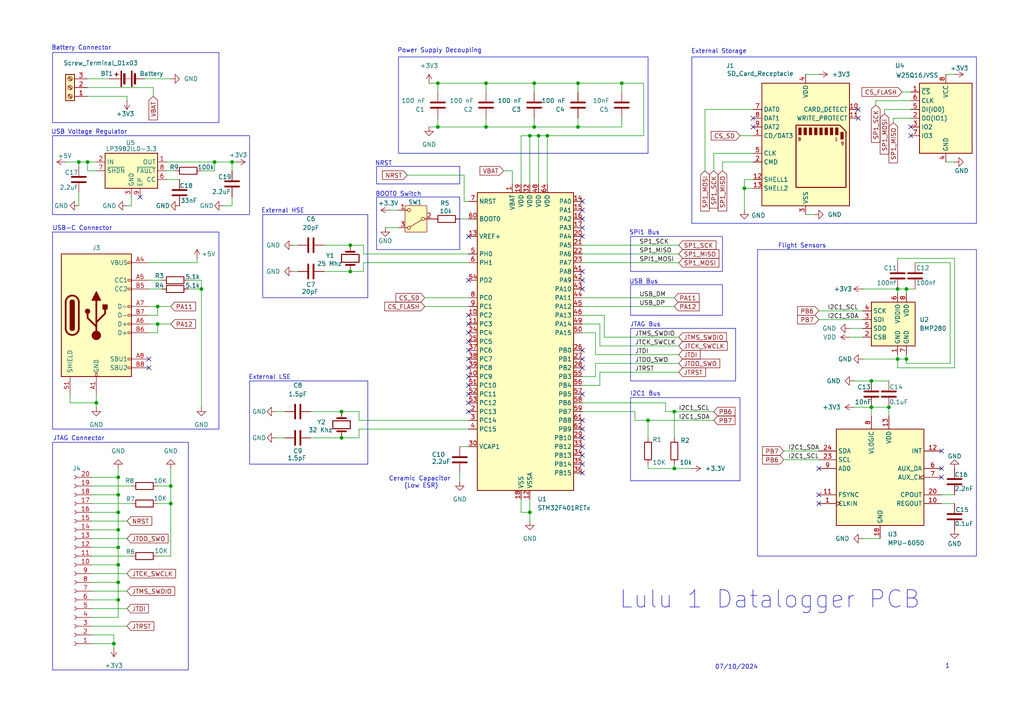
<source format=kicad_sch>
(kicad_sch (version 20231120) (generator "eeschema") (generator_version "8.0")
  (paper "A4")
  (junction (at 260.35 83.82))
  (junction (at 187.96 121.92))
  (junction (at 27.94 116.84))
  (junction (at 34.29 168.91))
  (junction (at 195.58 119.38))
  (junction (at 180.34 24.13))
  (junction (at 34.29 163.83))
  (junction (at 167.64 24.13))
  (junction (at 99.06 119.38))
  (junction (at 49.53 146.05))
  (junction (at 34.29 158.75))
  (junction (at 99.06 127))
  (junction (at 252.73 118.11))
  (junction (at 154.94 36.83))
  (junction (at 45.72 93.98))
  (junction (at 262.89 104.14))
  (junction (at 45.72 88.9))
  (junction (at 156.21 39.37))
  (junction (at 158.75 39.37))
  (junction (at 34.29 173.99))
  (junction (at 67.31 46.99))
  (junction (at 34.29 138.43))
  (junction (at 260.35 104.14))
  (junction (at 101.6 78.74))
  (junction (at 154.94 24.13))
  (junction (at 167.64 36.83))
  (junction (at 195.58 135.89))
  (junction (at 34.29 148.59))
  (junction (at 215.9 54.61))
  (junction (at 252.73 110.49))
  (junction (at 62.23 46.99))
  (junction (at 262.89 83.82))
  (junction (at 58.42 83.82))
  (junction (at 34.29 153.67))
  (junction (at 101.6 71.12))
  (junction (at 153.67 39.37))
  (junction (at 25.4 46.99))
  (junction (at 33.02 186.69))
  (junction (at 140.97 24.13))
  (junction (at 127 36.83))
  (junction (at 49.53 140.97))
  (junction (at 153.67 148.59))
  (junction (at 22.86 46.99))
  (junction (at 34.29 143.51))
  (junction (at 127 24.13))
  (junction (at 257.81 118.11))
  (junction (at 140.97 36.83))
  (no_connect (at 135.89 81.28))
  (no_connect (at 168.91 134.62))
  (no_connect (at 264.16 36.83))
  (no_connect (at 168.91 137.16))
  (no_connect (at 135.89 106.68))
  (no_connect (at 135.89 91.44))
  (no_connect (at 135.89 111.76))
  (no_connect (at 264.16 39.37))
  (no_connect (at 168.91 124.46))
  (no_connect (at 168.91 68.58))
  (no_connect (at 43.18 104.14))
  (no_connect (at 168.91 81.28))
  (no_connect (at 168.91 106.68))
  (no_connect (at 168.91 63.5))
  (no_connect (at 43.18 106.68))
  (no_connect (at 168.91 101.6))
  (no_connect (at 248.92 31.75))
  (no_connect (at 135.89 109.22))
  (no_connect (at 237.49 143.51))
  (no_connect (at 135.89 116.84))
  (no_connect (at 168.91 121.92))
  (no_connect (at 135.89 96.52))
  (no_connect (at 40.64 57.15))
  (no_connect (at 168.91 66.04))
  (no_connect (at 273.05 138.43))
  (no_connect (at 273.05 135.89))
  (no_connect (at 168.91 114.3))
  (no_connect (at 135.89 93.98))
  (no_connect (at 168.91 132.08))
  (no_connect (at 168.91 78.74))
  (no_connect (at 135.89 68.58))
  (no_connect (at 135.89 119.38))
  (no_connect (at 248.92 34.29))
  (no_connect (at 237.49 146.05))
  (no_connect (at 168.91 60.96))
  (no_connect (at 168.91 104.14))
  (no_connect (at 135.89 99.06))
  (no_connect (at 135.89 114.3))
  (no_connect (at 237.49 135.89))
  (no_connect (at 168.91 127))
  (no_connect (at 135.89 101.6))
  (no_connect (at 218.44 34.29))
  (no_connect (at 168.91 83.82))
  (no_connect (at 273.05 130.81))
  (no_connect (at 168.91 129.54))
  (no_connect (at 168.91 58.42))
  (no_connect (at 218.44 36.83))
  (no_connect (at 135.89 104.14))
  (wire (pts (xy 184.15 119.38) (xy 184.15 121.92)))
  (wire (pts (xy 172.72 109.22) (xy 172.72 105.41)))
  (wire (pts (xy 90.17 119.38) (xy 99.06 119.38)))
  (wire (pts (xy 105.41 73.66) (xy 105.41 71.12)))
  (wire (pts (xy 104.14 119.38) (xy 99.06 119.38)))
  (wire (pts (xy 218.44 46.99) (xy 209.55 46.99)))
  (wire (pts (xy 123.19 86.36) (xy 135.89 86.36)))
  (wire (pts (xy 158.75 39.37) (xy 158.75 53.34)))
  (wire (pts (xy 90.17 127) (xy 99.06 127)))
  (wire (pts (xy 45.72 88.9) (xy 49.53 88.9)))
  (wire (pts (xy 273.05 146.05) (xy 276.86 146.05)))
  (wire (pts (xy 27.94 116.84) (xy 27.94 118.11)))
  (wire (pts (xy 260.35 85.09) (xy 260.35 83.82)))
  (wire (pts (xy 113.03 60.96) (xy 115.57 60.96)))
  (wire (pts (xy 254 29.21) (xy 254 30.48)))
  (wire (pts (xy 124.46 24.13) (xy 127 24.13)))
  (wire (pts (xy 204.47 31.75) (xy 204.47 49.53)))
  (wire (pts (xy 26.67 138.43) (xy 34.29 138.43)))
  (wire (pts (xy 127 24.13) (xy 127 26.67)))
  (wire (pts (xy 273.05 143.51) (xy 276.86 143.51)))
  (wire (pts (xy 140.97 36.83) (xy 127 36.83)))
  (wire (pts (xy 175.26 91.44) (xy 175.26 97.79)))
  (wire (pts (xy 264.16 29.21) (xy 254 29.21)))
  (wire (pts (xy 36.83 151.13) (xy 26.67 151.13)))
  (wire (pts (xy 262.89 83.82) (xy 260.35 83.82)))
  (wire (pts (xy 34.29 173.99) (xy 34.29 179.07)))
  (wire (pts (xy 227.33 133.35) (xy 237.49 133.35)))
  (wire (pts (xy 43.18 96.52) (xy 45.72 96.52)))
  (wire (pts (xy 118.11 50.8) (xy 134.62 50.8)))
  (wire (pts (xy 250.19 97.79) (xy 246.38 97.79)))
  (wire (pts (xy 22.86 55.88) (xy 22.86 59.69)))
  (wire (pts (xy 151.13 148.59) (xy 153.67 148.59)))
  (wire (pts (xy 27.94 114.3) (xy 27.94 116.84)))
  (wire (pts (xy 93.98 78.74) (xy 101.6 78.74)))
  (wire (pts (xy 153.67 39.37) (xy 151.13 39.37)))
  (wire (pts (xy 45.72 161.29) (xy 49.53 161.29)))
  (wire (pts (xy 104.14 127) (xy 99.06 127)))
  (wire (pts (xy 48.26 52.07) (xy 52.07 52.07)))
  (wire (pts (xy 36.83 181.61) (xy 26.67 181.61)))
  (wire (pts (xy 207.01 44.45) (xy 207.01 49.53)))
  (wire (pts (xy 140.97 34.29) (xy 140.97 36.83)))
  (wire (pts (xy 250.19 156.21) (xy 255.27 156.21)))
  (wire (pts (xy 67.31 46.99) (xy 68.58 46.99)))
  (wire (pts (xy 195.58 135.89) (xy 200.66 135.89)))
  (wire (pts (xy 25.4 22.86) (xy 31.75 22.86)))
  (wire (pts (xy 123.19 88.9) (xy 135.89 88.9)))
  (wire (pts (xy 209.55 46.99) (xy 209.55 49.53)))
  (wire (pts (xy 26.67 146.05) (xy 38.1 146.05)))
  (wire (pts (xy 180.34 24.13) (xy 186.69 24.13)))
  (wire (pts (xy 45.72 140.97) (xy 49.53 140.97)))
  (wire (pts (xy 26.67 143.51) (xy 34.29 143.51)))
  (wire (pts (xy 158.75 39.37) (xy 156.21 39.37)))
  (wire (pts (xy 215.9 54.61) (xy 218.44 54.61)))
  (wire (pts (xy 135.89 129.54) (xy 133.35 129.54)))
  (wire (pts (xy 153.67 148.59) (xy 153.67 151.13)))
  (wire (pts (xy 233.68 62.23) (xy 236.22 62.23)))
  (wire (pts (xy 22.86 46.99) (xy 22.86 48.26)))
  (wire (pts (xy 154.94 24.13) (xy 140.97 24.13)))
  (wire (pts (xy 38.1 59.69) (xy 36.83 59.69)))
  (wire (pts (xy 175.26 97.79) (xy 196.85 97.79)))
  (wire (pts (xy 187.96 121.92) (xy 187.96 127)))
  (wire (pts (xy 237.49 92.71) (xy 250.19 92.71)))
  (wire (pts (xy 227.33 130.81) (xy 237.49 130.81)))
  (wire (pts (xy 252.73 118.11) (xy 252.73 120.65)))
  (wire (pts (xy 275.59 76.2) (xy 275.59 105.41)))
  (wire (pts (xy 168.91 71.12) (xy 196.85 71.12)))
  (wire (pts (xy 20.32 114.3) (xy 20.32 116.84)))
  (wire (pts (xy 218.44 31.75) (xy 204.47 31.75)))
  (wire (pts (xy 184.15 121.92) (xy 187.96 121.92)))
  (wire (pts (xy 34.29 138.43) (xy 34.29 143.51)))
  (wire (pts (xy 34.29 158.75) (xy 34.29 163.83)))
  (wire (pts (xy 127 34.29) (xy 127 36.83)))
  (wire (pts (xy 168.91 93.98) (xy 173.99 93.98)))
  (wire (pts (xy 250.19 95.25) (xy 246.38 95.25)))
  (wire (pts (xy 275.59 105.41) (xy 262.89 105.41)))
  (wire (pts (xy 274.32 21.59) (xy 276.86 21.59)))
  (wire (pts (xy 156.21 39.37) (xy 156.21 53.34)))
  (wire (pts (xy 173.99 93.98) (xy 173.99 100.33)))
  (wire (pts (xy 26.67 186.69) (xy 33.02 186.69)))
  (wire (pts (xy 257.81 120.65) (xy 257.81 118.11)))
  (wire (pts (xy 256.54 31.75) (xy 256.54 33.02)))
  (wire (pts (xy 67.31 57.15) (xy 67.31 59.69)))
  (wire (pts (xy 54.61 83.82) (xy 58.42 83.82)))
  (wire (pts (xy 34.29 168.91) (xy 34.29 173.99)))
  (wire (pts (xy 34.29 135.89) (xy 34.29 138.43)))
  (wire (pts (xy 187.96 121.92) (xy 207.01 121.92)))
  (wire (pts (xy 93.98 71.12) (xy 101.6 71.12)))
  (wire (pts (xy 25.4 27.94) (xy 36.83 27.94)))
  (wire (pts (xy 167.64 24.13) (xy 154.94 24.13)))
  (wire (pts (xy 25.4 46.99) (xy 27.94 46.99)))
  (wire (pts (xy 153.67 39.37) (xy 153.67 53.34)))
  (wire (pts (xy 260.35 83.82) (xy 250.19 83.82)))
  (wire (pts (xy 187.96 135.89) (xy 195.58 135.89)))
  (wire (pts (xy 25.4 25.4) (xy 44.45 25.4)))
  (wire (pts (xy 195.58 119.38) (xy 195.58 127)))
  (wire (pts (xy 167.64 26.67) (xy 167.64 24.13)))
  (wire (pts (xy 26.67 161.29) (xy 38.1 161.29)))
  (wire (pts (xy 168.91 116.84) (xy 193.04 116.84)))
  (wire (pts (xy 85.09 71.12) (xy 86.36 71.12)))
  (wire (pts (xy 156.21 39.37) (xy 153.67 39.37)))
  (wire (pts (xy 67.31 46.99) (xy 67.31 49.53)))
  (wire (pts (xy 33.02 184.15) (xy 33.02 186.69)))
  (wire (pts (xy 180.34 34.29) (xy 180.34 36.83)))
  (wire (pts (xy 104.14 121.92) (xy 135.89 121.92)))
  (wire (pts (xy 133.35 63.5) (xy 135.89 63.5)))
  (wire (pts (xy 43.18 93.98) (xy 45.72 93.98)))
  (wire (pts (xy 257.81 118.11) (xy 252.73 118.11)))
  (wire (pts (xy 135.89 76.2) (xy 105.41 76.2)))
  (wire (pts (xy 85.09 78.74) (xy 86.36 78.74)))
  (wire (pts (xy 20.32 116.84) (xy 27.94 116.84)))
  (wire (pts (xy 36.83 171.45) (xy 26.67 171.45)))
  (wire (pts (xy 127 36.83) (xy 124.46 36.83)))
  (wire (pts (xy 154.94 36.83) (xy 140.97 36.83)))
  (wire (pts (xy 195.58 134.62) (xy 195.58 135.89)))
  (wire (pts (xy 104.14 124.46) (xy 135.89 124.46)))
  (wire (pts (xy 134.62 58.42) (xy 135.89 58.42)))
  (wire (pts (xy 62.23 49.53) (xy 62.23 46.99)))
  (wire (pts (xy 26.67 179.07) (xy 34.29 179.07)))
  (wire (pts (xy 260.35 76.2) (xy 260.35 74.93)))
  (wire (pts (xy 168.91 119.38) (xy 184.15 119.38)))
  (wire (pts (xy 237.49 90.17) (xy 250.19 90.17)))
  (wire (pts (xy 26.67 184.15) (xy 33.02 184.15)))
  (wire (pts (xy 265.43 83.82) (xy 262.89 83.82)))
  (wire (pts (xy 36.83 156.21) (xy 26.67 156.21)))
  (wire (pts (xy 140.97 24.13) (xy 127 24.13)))
  (wire (pts (xy 168.91 86.36) (xy 195.58 86.36)))
  (wire (pts (xy 45.72 146.05) (xy 49.53 146.05)))
  (wire (pts (xy 173.99 111.76) (xy 173.99 107.95)))
  (wire (pts (xy 34.29 163.83) (xy 34.29 168.91)))
  (wire (pts (xy 195.58 119.38) (xy 207.01 119.38)))
  (wire (pts (xy 168.91 88.9) (xy 195.58 88.9)))
  (wire (pts (xy 252.73 110.49) (xy 257.81 110.49)))
  (wire (pts (xy 168.91 91.44) (xy 175.26 91.44)))
  (wire (pts (xy 27.94 49.53) (xy 25.4 49.53)))
  (wire (pts (xy 34.29 143.51) (xy 34.29 148.59)))
  (wire (pts (xy 49.53 140.97) (xy 49.53 146.05)))
  (wire (pts (xy 67.31 59.69) (xy 64.77 59.69)))
  (wire (pts (xy 34.29 153.67) (xy 34.29 158.75)))
  (wire (pts (xy 180.34 26.67) (xy 180.34 24.13)))
  (wire (pts (xy 101.6 78.74) (xy 105.41 78.74)))
  (wire (pts (xy 58.42 81.28) (xy 58.42 83.82)))
  (wire (pts (xy 247.65 110.49) (xy 252.73 110.49)))
  (wire (pts (xy 153.67 144.78) (xy 153.67 148.59)))
  (wire (pts (xy 172.72 102.87) (xy 196.85 102.87)))
  (wire (pts (xy 135.89 73.66) (xy 105.41 73.66)))
  (wire (pts (xy 262.89 85.09) (xy 262.89 83.82)))
  (wire (pts (xy 276.86 46.99) (xy 274.32 46.99)))
  (wire (pts (xy 260.35 106.68) (xy 260.35 104.14)))
  (wire (pts (xy 43.18 76.2) (xy 57.15 76.2)))
  (wire (pts (xy 26.67 148.59) (xy 34.29 148.59)))
  (wire (pts (xy 265.43 76.2) (xy 275.59 76.2)))
  (wire (pts (xy 36.83 176.53) (xy 26.67 176.53)))
  (wire (pts (xy 167.64 36.83) (xy 154.94 36.83)))
  (wire (pts (xy 214.63 39.37) (xy 218.44 39.37)))
  (wire (pts (xy 33.02 186.69) (xy 33.02 187.96)))
  (wire (pts (xy 173.99 100.33) (xy 196.85 100.33)))
  (wire (pts (xy 26.67 153.67) (xy 34.29 153.67)))
  (wire (pts (xy 250.19 104.14) (xy 260.35 104.14)))
  (wire (pts (xy 148.59 49.53) (xy 146.05 49.53)))
  (wire (pts (xy 48.26 49.53) (xy 50.8 49.53)))
  (wire (pts (xy 45.72 91.44) (xy 45.72 88.9)))
  (wire (pts (xy 49.53 146.05) (xy 49.53 161.29)))
  (wire (pts (xy 58.42 83.82) (xy 58.42 118.11)))
  (wire (pts (xy 36.83 166.37) (xy 26.67 166.37)))
  (wire (pts (xy 26.67 173.99) (xy 34.29 173.99)))
  (wire (pts (xy 58.42 49.53) (xy 62.23 49.53)))
  (wire (pts (xy 168.91 76.2) (xy 196.85 76.2)))
  (wire (pts (xy 252.73 118.11) (xy 247.65 118.11)))
  (wire (pts (xy 26.67 168.91) (xy 34.29 168.91)))
  (wire (pts (xy 264.16 31.75) (xy 256.54 31.75)))
  (wire (pts (xy 105.41 76.2) (xy 105.41 78.74)))
  (wire (pts (xy 57.15 76.2) (xy 57.15 74.93)))
  (wire (pts (xy 168.91 96.52) (xy 172.72 96.52)))
  (wire (pts (xy 168.91 111.76) (xy 173.99 111.76)))
  (wire (pts (xy 172.72 105.41) (xy 196.85 105.41)))
  (wire (pts (xy 168.91 109.22) (xy 172.72 109.22)))
  (wire (pts (xy 133.35 137.16) (xy 133.35 139.7)))
  (wire (pts (xy 140.97 26.67) (xy 140.97 24.13)))
  (wire (pts (xy 44.45 25.4) (xy 44.45 27.94)))
  (wire (pts (xy 54.61 81.28) (xy 58.42 81.28)))
  (wire (pts (xy 260.35 74.93) (xy 276.86 74.93)))
  (wire (pts (xy 215.9 60.96) (xy 215.9 54.61)))
  (wire (pts (xy 62.23 46.99) (xy 67.31 46.99)))
  (wire (pts (xy 215.9 54.61) (xy 215.9 52.07)))
  (wire (pts (xy 43.18 88.9) (xy 45.72 88.9)))
  (wire (pts (xy 173.99 107.95) (xy 196.85 107.95)))
  (wire (pts (xy 45.72 93.98) (xy 49.53 93.98)))
  (wire (pts (xy 26.67 140.97) (xy 38.1 140.97)))
  (wire (pts (xy 276.86 74.93) (xy 276.86 106.68)))
  (wire (pts (xy 261.62 26.67) (xy 264.16 26.67)))
  (wire (pts (xy 36.83 27.94) (xy 36.83 29.21)))
  (wire (pts (xy 180.34 24.13) (xy 167.64 24.13)))
  (wire (pts (xy 111.76 66.04) (xy 115.57 66.04)))
  (wire (pts (xy 80.01 119.38) (xy 82.55 119.38)))
  (wire (pts (xy 43.18 91.44) (xy 45.72 91.44)))
  (wire (pts (xy 43.18 81.28) (xy 46.99 81.28)))
  (wire (pts (xy 34.29 148.59) (xy 34.29 153.67)))
  (wire (pts (xy 25.4 46.99) (xy 25.4 49.53)))
  (wire (pts (xy 168.91 73.66) (xy 196.85 73.66)))
  (wire (pts (xy 80.01 127) (xy 82.55 127)))
  (wire (pts (xy 151.13 144.78) (xy 151.13 148.59)))
  (wire (pts (xy 186.69 39.37) (xy 158.75 39.37)))
  (wire (pts (xy 26.67 163.83) (xy 34.29 163.83)))
  (wire (pts (xy 193.04 116.84) (xy 193.04 119.38)))
  (wire (pts (xy 101.6 71.12) (xy 105.41 71.12)))
  (wire (pts (xy 180.34 36.83) (xy 167.64 36.83)))
  (wire (pts (xy 41.91 22.86) (xy 49.53 22.86)))
  (wire (pts (xy 215.9 52.07) (xy 218.44 52.07)))
  (wire (pts (xy 259.08 34.29) (xy 259.08 35.56)))
  (wire (pts (xy 195.58 119.38) (xy 193.04 119.38)))
  (wire (pts (xy 43.18 83.82) (xy 46.99 83.82)))
  (wire (pts (xy 260.35 102.87) (xy 260.35 104.14)))
  (wire (pts (xy 187.96 134.62) (xy 187.96 135.89)))
  (wire (pts (xy 264.16 34.29) (xy 259.08 34.29)))
  (wire (pts (xy 45.72 96.52) (xy 45.72 93.98)))
  (wire (pts (xy 276.86 106.68) (xy 260.35 106.68)))
  (wire (pts (xy 104.14 121.92) (xy 104.14 119.38)))
  (wire (pts (xy 262.89 102.87) (xy 262.89 104.14)))
  (wire (pts (xy 172.72 96.52) (xy 172.72 102.87)))
  (wire (pts (xy 22.86 46.99) (xy 25.4 46.99)))
  (wire (pts (xy 49.53 135.89) (xy 49.53 140.97)))
  (wire (pts (xy 26.67 158.75) (xy 34.29 158.75)))
  (wire (pts (xy 148.59 53.34) (xy 148.59 49.53)))
  (wire (pts (xy 151.13 39.37) (xy 151.13 53.34)))
  (wire (pts (xy 154.94 26.67) (xy 154.94 24.13)))
  (wire (pts (xy 218.44 44.45) (xy 207.01 44.45)))
  (wire (pts (xy 260.35 104.14) (xy 262.89 104.14)))
  (wire (pts (xy 167.64 34.29) (xy 167.64 36.83)))
  (wire (pts (xy 262.89 105.41) (xy 262.89 104.14)))
  (wire (pts (xy 104.14 124.46) (xy 104.14 127)))
  (wire (pts (xy 154.94 34.29) (xy 154.94 36.83)))
  (wire (pts (xy 233.68 21.59) (xy 237.49 21.59)))
  (wire (pts (xy 38.1 57.15) (xy 38.1 59.69)))
  (wire (pts (xy 186.69 24.13) (xy 186.69 39.37)))
  (wire (pts (xy 134.62 50.8) (xy 134.62 58.42)))
  (wire (pts (xy 48.26 46.99) (xy 62.23 46.99)))
  (wire (pts (xy 19.05 46.99) (xy 22.86 46.99)))
  (rectangle (start 182.88 68.58) (end 209.55 78.74))
  (rectangle (start 15.24 67.31) (end 63.5 124.46))
  (rectangle (start 182.88 82.55) (end 209.55 91.44))
  (rectangle (start 200.66 16.51) (end 283.21 64.77))
  (rectangle (start 76.2 62.23) (end 106.68 86.36))
  (rectangle (start 182.88 115.316) (end 214.63 139.446))
  (rectangle (start 219.71 72.39) (end 283.21 161.29))
  (rectangle (start 182.88 95.25) (end 213.36 110.49))
  (rectangle (start 15.24 128.27) (end 54.61 194.31))
  (rectangle (start 109.22 57.15) (end 133.35 72.39))
  (rectangle (start 72.39 110.49) (end 106.68 134.62))
  (rectangle (start 115.57 16.51) (end 187.96 44.45))
  (rectangle (start 15.24 39.37) (end 72.39 62.23))
  (rectangle (start 15.24 15.24) (end 63.5 35.56))
  (rectangle (start 109.22 48.26) (end 133.35 53.34))
  (text "BOOT0 Switch\n" (at 115.57 56.388 0) (effects (font (size 1.27 1.27))))
  (text "USB-C Connector\n" (at 23.876 66.294 0) (effects (font (size 1.27 1.27))))
  (text "External HSE\n" (at 82.042 61.214 0) (effects (font (size 1.27 1.27))))
  (text "External LSE\n" (at 78.232 109.474 0) (effects (font (size 1.27 1.27))))
  (text "External Storage\n" (at 208.534 14.986 0) (effects (font (size 1.27 1.27))))
  (text "USB Bus\n" (at 186.69 81.788 0) (effects (font (size 1.27 1.27))))
  (text "NRST\n" (at 111.252 47.498 0) (effects (font (size 1.27 1.27))))
  (text "Ceramic Capacitor \n(Low ESR)\n" (at 122.174 139.954 0) (effects (font (size 1.27 1.27))))
  (text "USB Voltage Regulator\n" (at 25.908 38.354 0) (effects (font (size 1.27 1.27))))
  (text "SPI1 Bus\n" (at 186.944 67.564 0) (effects (font (size 1.27 1.27))))
  (text "07/10/2024\n" (at 213.614 193.548 0) (effects (font (size 1.27 1.27))))
  (text "I2C1 Bus\n" (at 187.198 114.3 0) (effects (font (size 1.27 1.27))))
  (text "Flight Sensors\n" (at 232.664 71.374 0) (effects (font (size 1.27 1.27))))
  (text "1" (at 274.828 193.294 0) (effects (font (size 1.27 1.27))))
  (text "JTAG Connector\n" (at 22.86 127.254 0) (effects (font (size 1.27 1.27))))
  (text "JTAG Bus\n" (at 187.198 94.234 0) (effects (font (size 1.27 1.27))))
  (text "Power Supply Decoupling" (at 127.508 14.732 0) (effects (font (size 1.27 1.27))))
  (text "Battery Connector\n" (at 23.622 13.97 0) (effects (font (size 1.27 1.27))))
  (text "Lulu 1 Datalogger PCB\n" (at 223.266 173.99 0) (effects (font (size 5 5))))
  (label "I2C1_SCL" (at 240.03 90.17 0))
  (label "I2C1_SCL" (at 196.85 119.38 0))
  (label "I2C1_SDA" (at 240.03 92.71 0))
  (label "JTCK_SWCLK" (at 184.15 100.33 0))
  (label "I2C1_SDA" (at 196.85 121.92 0))
  (label "I2C1_SDA" (at 228.6 130.81 0))
  (label "JTDI" (at 184.15 102.87 0))
  (label "SP1_MISO" (at 185.42 73.66 0))
  (label "USB_DM" (at 185.42 86.36 0))
  (label "JTMS_SWDIO" (at 184.15 97.79 0))
  (label "JTDO_SWO" (at 184.15 105.41 0))
  (label "SPI1_MOSI" (at 185.42 76.2 0))
  (label "JTRST" (at 184.15 107.95 0))
  (label "I2C1_SCL" (at 228.6 133.35 0))
  (label "USB_DP" (at 185.42 88.9 0))
  (label "SP1_SCK" (at 185.42 71.12 0))
  (global_label "PA11" (shape input) (at 195.58 86.36 0) (property "Intersheetrefs" "${INTERSHEET_REFS}" (effects (hide yes))))
  (global_label "JTRST" (shape input) (at 36.83 181.61 0) (property "Intersheetrefs" "${INTERSHEET_REFS}" (effects (hide yes))))
  (global_label "SP1_MISO" (shape input) (at 209.55 49.53 270) (property "Intersheetrefs" "${INTERSHEET_REFS}" (effects (hide yes))))
  (global_label "CS_SD" (shape input) (at 214.63 39.37 180) (property "Intersheetrefs" "${INTERSHEET_REFS}" (effects (hide yes))))
  (global_label "SP1_MOSI" (shape input) (at 196.85 76.2 0) (property "Intersheetrefs" "${INTERSHEET_REFS}" (effects (hide yes))))
  (global_label "JTRST" (shape input) (at 196.85 107.95 0) (property "Intersheetrefs" "${INTERSHEET_REFS}" (effects (hide yes))))
  (global_label "SP1_MOSI" (shape input) (at 204.47 49.53 270) (property "Intersheetrefs" "${INTERSHEET_REFS}" (effects (hide yes))))
  (global_label "SP1_SCK" (shape input) (at 254 30.48 270) (property "Intersheetrefs" "${INTERSHEET_REFS}" (effects (hide yes))))
  (global_label "JTDO_SWO" (shape input) (at 36.83 156.21 0) (property "Intersheetrefs" "${INTERSHEET_REFS}" (effects (hide yes))))
  (global_label "JTCK_SWCLK" (shape input) (at 36.83 166.37 0) (property "Intersheetrefs" "${INTERSHEET_REFS}" (effects (hide yes))))
  (global_label "PB7" (shape input) (at 207.01 121.92 0) (property "Intersheetrefs" "${INTERSHEET_REFS}" (effects (hide yes))))
  (global_label "PA12" (shape input) (at 49.53 93.98 0) (property "Intersheetrefs" "${INTERSHEET_REFS}" (effects (hide yes))))
  (global_label "PB6" (shape input) (at 237.49 90.17 180) (property "Intersheetrefs" "${INTERSHEET_REFS}" (effects (hide yes))))
  (global_label "SP1_SCK" (shape input) (at 207.01 49.53 270) (property "Intersheetrefs" "${INTERSHEET_REFS}" (effects (hide yes))))
  (global_label "JTCK_SWCLK" (shape input) (at 196.85 100.33 0) (property "Intersheetrefs" "${INTERSHEET_REFS}" (effects (hide yes))))
  (global_label "NRST" (shape input) (at 36.83 151.13 0) (property "Intersheetrefs" "${INTERSHEET_REFS}" (effects (hide yes))))
  (global_label "JTDI" (shape input) (at 196.85 102.87 0) (property "Intersheetrefs" "${INTERSHEET_REFS}" (effects (hide yes))))
  (global_label "CS_SD" (shape input) (at 123.19 86.36 180) (property "Intersheetrefs" "${INTERSHEET_REFS}" (effects (hide yes))))
  (global_label "VBAT" (shape input) (at 44.45 27.94 270) (property "Intersheetrefs" "${INTERSHEET_REFS}" (effects (hide yes))))
  (global_label "PB7" (shape input) (at 237.49 92.71 180) (property "Intersheetrefs" "${INTERSHEET_REFS}" (effects (hide yes))))
  (global_label "JTMS_SWDIO" (shape input) (at 36.83 171.45 0) (property "Intersheetrefs" "${INTERSHEET_REFS}" (effects (hide yes))))
  (global_label "PB6" (shape input) (at 227.33 133.35 180) (property "Intersheetrefs" "${INTERSHEET_REFS}" (effects (hide yes))))
  (global_label "PA11" (shape input) (at 49.53 88.9 0) (property "Intersheetrefs" "${INTERSHEET_REFS}" (effects (hide yes))))
  (global_label "JTMS_SWDIO" (shape input) (at 196.85 97.79 0) (property "Intersheetrefs" "${INTERSHEET_REFS}" (effects (hide yes))))
  (global_label "CS_FLASH" (shape input) (at 261.62 26.67 180) (property "Intersheetrefs" "${INTERSHEET_REFS}" (effects (hide yes))))
  (global_label "JTDO_SWO" (shape input) (at 196.85 105.41 0) (property "Intersheetrefs" "${INTERSHEET_REFS}" (effects (hide yes))))
  (global_label "PA12" (shape input) (at 195.58 88.9 0) (property "Intersheetrefs" "${INTERSHEET_REFS}" (effects (hide yes))))
  (global_label "SP1_SCK" (shape input) (at 196.85 71.12 0) (property "Intersheetrefs" "${INTERSHEET_REFS}" (effects (hide yes))))
  (global_label "SP1_MISO" (shape input) (at 196.85 73.66 0) (property "Intersheetrefs" "${INTERSHEET_REFS}" (effects (hide yes))))
  (global_label "JTDI" (shape input) (at 36.83 176.53 0) (property "Intersheetrefs" "${INTERSHEET_REFS}" (effects (hide yes))))
  (global_label "VBAT" (shape input) (at 146.05 49.53 180) (property "Intersheetrefs" "${INTERSHEET_REFS}" (effects (hide yes))))
  (global_label "NRST" (shape input) (at 118.11 50.8 180) (property "Intersheetrefs" "${INTERSHEET_REFS}" (effects (hide yes))))
  (global_label "SP1_MOSI" (shape input) (at 256.54 33.02 270) (property "Intersheetrefs" "${INTERSHEET_REFS}" (effects (hide yes))))
  (global_label "PB7" (shape input) (at 227.33 130.81 180) (property "Intersheetrefs" "${INTERSHEET_REFS}" (effects (hide yes))))
  (global_label "CS_FLASH" (shape input) (at 123.19 88.9 180) (property "Intersheetrefs" "${INTERSHEET_REFS}" (effects (hide yes))))
  (global_label "PB6" (shape input) (at 207.01 119.38 0) (property "Intersheetrefs" "${INTERSHEET_REFS}" (effects (hide yes))))
  (global_label "SP1_MISO" (shape input) (at 259.08 35.56 270) (property "Intersheetrefs" "${INTERSHEET_REFS}" (effects (hide yes))))
  (symbol (lib_id "Switch:SW_Nidec_CAS-120A1") (at 120.65 63.5 180) (unit 1)
    (property "Reference" "SW1" (at 120.396 58.674 0))
    (property "Value" "SW_Nidec_CAS-120A1" (effects (hide yes)))
    (property "Footprint" "Button_Switch_SMD:Nidec_Copal_CAS-120A" (effects (hide yes)))
    (property "Datasheet" "https://www.nidec-components.com/e/catalog/switch/cas.pdf" (effects (hide yes)))
    (property "Description" "Switch, single pole double throw" (effects (hide yes)))
  )
  (symbol (lib_id "power:VDD") (at 276.86 21.59 270) (unit 1)
    (property "Reference" "#PWR029" (effects (hide yes)))
    (property "Value" "+3V3" (at 275.59 19.812 90) (effects (justify left)))
    (property "Description" "Power symbol creates a global label with name \"VDD\"" (effects (hide yes)))
  )
  (symbol (lib_id "Device:R") (at 195.58 130.81 0) (unit 1)
    (property "Reference" "R2" (at 197.358 127.762 0) (effects (justify left)))
    (property "Value" "10k" (at 197.104 134.112 0) (effects (justify left)))
    (property "Description" "Resistor" (effects (hide yes)))
  )
  (symbol (lib_id "power:VDD") (at 247.65 118.11 90) (unit 1)
    (property "Reference" "#PWR07" (effects (hide yes)))
    (property "Value" "+3V3" (at 243.84 118.1099 90) (effects (justify left)))
    (property "Description" "Power symbol creates a global label with name \"VDD\"" (effects (hide yes)))
  )
  (symbol (lib_id "power:GND") (at 49.53 22.86 90) (unit 1)
    (property "Reference" "#PWR025" (effects (hide yes)))
    (property "Value" "GND" (at 53.34 22.8599 90) (effects (justify right)))
    (property "Description" "Power symbol creates a global label with name \"GND\" , ground" (effects (hide yes)))
  )
  (symbol (lib_id "Device:R") (at 129.54 63.5 90) (unit 1)
    (property "Reference" "R5" (at 129.032 58.928 90))
    (property "Value" "10k" (at 129.286 61.214 90))
    (property "Description" "Resistor" (effects (hide yes)))
  )
  (symbol (lib_id "power:GND") (at 276.86 153.67 0) (unit 1)
    (property "Reference" "#PWR036" (effects (hide yes)))
    (property "Value" "GND" (at 276.86 157.734 0))
    (property "Description" "Power symbol creates a global label with name \"GND\" , ground" (effects (hide yes)))
  )
  (symbol (lib_id "Device:C") (at 154.94 30.48 180) (unit 1)
    (property "Reference" "C3" (at 151.13 31.7501 0) (effects (justify left)))
    (property "Value" "100 nF" (at 151.384 29.21 0) (effects (justify left)))
    (property "Description" "Unpolarized capacitor" (effects (hide yes)))
  )
  (symbol (lib_id "power:VDD") (at 200.66 135.89 270) (unit 1)
    (property "Reference" "#PWR03" (effects (hide yes)))
    (property "Value" "+3.3V" (at 204.47 135.8899 90) (effects (justify left)))
    (property "Description" "Power symbol creates a global label with name \"VDD\"" (effects (hide yes)))
  )
  (symbol (lib_id "Device:C") (at 265.43 80.01 0) (unit 1)
    (property "Reference" "C12" (at 265.684 77.724 0) (effects (justify left)))
    (property "Value" "100nf" (at 265.684 82.042 0) (effects (justify left)))
    (property "Description" "Unpolarized capacitor" (effects (hide yes)))
  )
  (symbol (lib_id "Device:C") (at 52.07 55.88 0) (unit 1)
    (property "Reference" "C18" (at 52.07 53.848 0) (effects (justify left)))
    (property "Value" "33nF" (at 52.324 58.166 0) (effects (justify left)))
    (property "Description" "Unpolarized capacitor" (effects (hide yes)))
  )
  (symbol (lib_id "Device:C") (at 257.81 114.3 180) (unit 1)
    (property "Reference" "C14" (at 261.874 112.268 0) (effects (justify left)))
    (property "Value" "0.1uF" (at 263.398 116.586 0) (effects (justify left)))
    (property "Description" "Unpolarized capacitor" (effects (hide yes)))
  )
  (symbol (lib_id "power:VDD") (at 246.38 97.79 90) (unit 1)
    (property "Reference" "#PWR09" (effects (hide yes)))
    (property "Value" "VDD" (at 242.57 97.7899 90) (effects (justify left)))
    (property "Description" "Power symbol creates a global label with name \"VDD\"" (effects (hide yes)))
  )
  (symbol (lib_id "Device:C") (at 133.35 133.35 180) (unit 1)
    (property "Reference" "C10" (at 125.222 131.826 0) (effects (justify right)))
    (property "Value" "2.2uF" (at 125.222 133.858 0) (effects (justify right)))
    (property "Description" "Unpolarized capacitor" (effects (hide yes)))
  )
  (symbol (lib_id "power:GND") (at 247.65 110.49 270) (unit 1)
    (property "Reference" "#PWR034" (effects (hide yes)))
    (property "Value" "GND" (at 243.84 110.4899 90) (effects (justify right)))
    (property "Description" "Power symbol creates a global label with name \"GND\" , ground" (effects (hide yes)))
  )
  (symbol (lib_id "Device:Crystal") (at 99.06 123.19 90) (unit 1)
    (property "Reference" "Y2" (at 91.948 122.428 90) (effects (justify right)))
    (property "Value" "32 Khz" (at 89.408 124.714 90) (effects (justify right)))
    (property "Description" "Two pin crystal" (effects (hide yes)))
  )
  (symbol (lib_id "power:GND") (at 58.42 118.11 0) (unit 1)
    (property "Reference" "#PWR017" (effects (hide yes)))
    (property "Value" "GND" (at 58.42 123.19 0))
    (property "Description" "Power symbol creates a global label with name \"GND\" , ground" (effects (hide yes)))
  )
  (symbol (lib_id "power:VDD") (at 113.03 60.96 90) (unit 1)
    (property "Reference" "#PWR018" (effects (hide yes)))
    (property "Value" "+3.3V" (at 115.57 58.928 90) (effects (justify left)))
    (property "Description" "Power symbol creates a global label with name \"VDD\"" (effects (hide yes)))
  )
  (symbol (lib_id "power:GND") (at 52.07 59.69 270) (unit 1)
    (property "Reference" "#PWR038" (effects (hide yes)))
    (property "Value" "GND" (at 49.276 59.69 90) (effects (justify right)))
    (property "Description" "Power symbol creates a global label with name \"GND\" , ground" (effects (hide yes)))
  )
  (symbol (lib_id "power:GND") (at 34.29 135.89 180) (unit 1)
    (property "Reference" "#PWR022" (effects (hide yes)))
    (property "Value" "GND" (at 34.29 130.81 0))
    (property "Description" "Power symbol creates a global label with name \"GND\" , ground" (effects (hide yes)))
  )
  (symbol (lib_id "Device:C") (at 180.34 30.48 180) (unit 1)
    (property "Reference" "C5" (at 176.53 31.7501 0) (effects (justify left)))
    (property "Value" "10nF" (at 176.784 29.21 0) (effects (justify left)))
    (property "Description" "Unpolarized capacitor" (effects (hide yes)))
  )
  (symbol (lib_id "power:GND") (at 250.19 104.14 270) (unit 1)
    (property "Reference" "#PWR06" (effects (hide yes)))
    (property "Value" "GND" (at 247.142 104.14 90) (effects (justify right)))
    (property "Description" "Power symbol creates a global label with name \"GND\" , ground" (effects (hide yes)))
  )
  (symbol (lib_id "power:VDD") (at 250.19 83.82 90) (unit 1)
    (property "Reference" "#PWR08" (effects (hide yes)))
    (property "Value" "+3V3" (at 247.142 83.82 90) (effects (justify left)))
    (property "Description" "Power symbol creates a global label with name \"VDD\"" (effects (hide yes)))
  )
  (symbol (lib_id "Device:C") (at 90.17 71.12 90) (unit 1)
    (property "Reference" "C6" (at 90.17 63.5 90))
    (property "Value" "20pF" (at 90.17 66.04 90))
    (property "Description" "Unpolarized capacitor" (effects (hide yes)))
  )
  (symbol (lib_id "Device:C") (at 252.73 114.3 0) (unit 1)
    (property "Reference" "C13" (at 248.666 112.268 0) (effects (justify left)))
    (property "Value" "10nF" (at 247.904 116.586 0) (effects (justify left)))
    (property "Description" "Unpolarized capacitor" (effects (hide yes)))
  )
  (symbol (lib_id "Connector:Screw_Terminal_01x03") (at 20.32 25.4 180) (unit 1)
    (property "Reference" "J5" (effects (hide yes)))
    (property "Value" "Screw_Terminal_01x03" (at 29.21 18.288 0))
    (property "Description" "Generic screw terminal, single row, 01x03, script generated (kicad-library-utils/schlib/autogen/connector/)" (effects (hide yes)))
  )
  (symbol (lib_id "Connector:SD_Card_Receptacle") (at 233.68 41.91 0) (unit 1)
    (property "Reference" "J1" (at 210.566 19.05 0) (effects (justify left)))
    (property "Value" "SD_Card_Receptacle" (at 210.82 21.336 0) (effects (justify left)))
    (property "Datasheet" "http://portal.fciconnect.com/Comergent//fci/drawing/10067847.pdf" (effects (hide yes)))
    (property "Description" "SD card receptacle" (effects (hide yes)))
  )
  (symbol (lib_id "power:GND") (at 236.22 62.23 90) (unit 1)
    (property "Reference" "#PWR026" (effects (hide yes)))
    (property "Value" "GND" (at 240.03 62.2299 90) (effects (justify right)))
    (property "Description" "Power symbol creates a global label with name \"GND\" , ground" (effects (hide yes)))
  )
  (symbol (lib_id "Sensor_Pressure:BMP280") (at 260.35 95.25 0) (unit 1)
    (property "Reference" "U2" (at 266.7 92.7099 0) (effects (justify left)))
    (property "Value" "BMP280" (at 266.7 95.2499 0) (effects (justify left)))
    (property "Footprint" "Package_LGA:Bosch_LGA-8_2x2.5mm_P0.65mm_ClockwisePinNumbering" (effects (hide yes)))
    (property "Datasheet" "https://ae-bst.resource.bosch.com/media/_tech/media/datasheets/BST-BMP280-DS001.pdf" (effects (hide yes)))
    (property "Description" "Absolute Barometric Pressure Sensor, LGA-8" (effects (hide yes)))
  )
  (symbol (lib_id "power:VDD") (at 19.05 46.99 90) (unit 1)
    (property "Reference" "#PWR031" (effects (hide yes)))
    (property "Value" "+5V" (at 20.828 45.212 90) (effects (justify left)))
    (property "Description" "Power symbol creates a global label with name \"VDD\"" (effects (hide yes)))
  )
  (symbol (lib_id "power:VDD") (at 237.49 21.59 270) (unit 1)
    (property "Reference" "#PWR028" (effects (hide yes)))
    (property "Value" "+3V3" (at 241.3 21.5901 90) (effects (justify left)))
    (property "Description" "Power symbol creates a global label with name \"VDD\"" (effects (hide yes)))
  )
  (symbol (lib_id "power:VDD") (at 36.83 29.21 180) (unit 1)
    (property "Reference" "#PWR024" (effects (hide yes)))
    (property "Value" "+3V3" (at 36.322 33.02 0))
    (property "Description" "Power symbol creates a global label with name \"VDD\"" (effects (hide yes)))
  )
  (symbol (lib_id "power:GND") (at 215.9 60.96 0) (unit 1)
    (property "Reference" "#PWR030" (effects (hide yes)))
    (property "Value" "GND" (at 219.964 62.484 0))
    (property "Description" "Power symbol creates a global label with name \"GND\" , ground" (effects (hide yes)))
  )
  (symbol (lib_id "Regulator_Linear:LP3982ILD-3.3") (at 38.1 49.53 0) (unit 1)
    (property "Reference" "U5" (at 37.846 41.402 0))
    (property "Value" "LP3982ILD-3.3" (at 38.1 43.18 0))
    (property "Footprint" "Package_SON:WSON-8-1EP_3x2.5mm_P0.5mm_EP1.2x1.5mm_PullBack_ThermalVias" (effects (hide yes)))
    (property "Datasheet" "http://www.ti.com/lit/ds/symlink/lp3982.pdf" (effects (hide yes)))
    (property "Description" "3.3V, 300mA, Micropower, Ultra-Low-Dropout, Low-Noise CMOS Regulator, WSON-8" (effects (hide yes)))
  )
  (symbol (lib_id "power:VDD") (at 57.15 74.93 0) (unit 1)
    (property "Reference" "#PWR016" (effects (hide yes)))
    (property "Value" "+5V" (at 58.42 73.66 0) (effects (justify left)))
    (property "Description" "Power symbol creates a global label with name \"VDD\"" (effects (hide yes)))
  )
  (symbol (lib_id "Device:R") (at 54.61 49.53 90) (unit 1)
    (property "Reference" "R9" (at 50.546 48.514 90))
    (property "Value" "100k" (at 59.69 48.514 90))
    (property "Description" "Resistor" (effects (hide yes)))
  )
  (symbol (lib_id "power:GND") (at 64.77 59.69 270) (unit 1)
    (property "Reference" "#PWR039" (effects (hide yes)))
    (property "Value" "GND" (at 61.976 59.69 90) (effects (justify right)))
    (property "Description" "Power symbol creates a global label with name \"GND\" , ground" (effects (hide yes)))
  )
  (symbol (lib_id "power:GND") (at 36.83 59.69 270) (unit 1)
    (property "Reference" "#PWR033" (effects (hide yes)))
    (property "Value" "GND" (at 33.782 59.69 90) (effects (justify right)))
    (property "Description" "Power symbol creates a global label with name \"GND\" , ground" (effects (hide yes)))
  )
  (symbol (lib_id "Device:C") (at 127 30.48 180) (unit 1)
    (property "Reference" "C1" (at 123.19 31.7501 0) (effects (justify left)))
    (property "Value" "100 nF" (at 123.444 29.21 0) (effects (justify left)))
    (property "Description" "Unpolarized capacitor" (effects (hide yes)))
  )
  (symbol (lib_id "power:GND") (at 276.86 46.99 90) (unit 1)
    (property "Reference" "#PWR027" (effects (hide yes)))
    (property "Value" "GND" (at 276.86 49.53 90) (effects (justify right)))
    (property "Description" "Power symbol creates a global label with name \"GND\" , ground" (effects (hide yes)))
  )
  (symbol (lib_id "Connector:Conn_01x20_Socket") (at 21.59 163.83 180) (unit 1)
    (property "Reference" "J4" (at 22.225 135.89 0))
    (property "Value" "Conn_01x20_Socket" (effects (hide yes)))
    (property "Description" "Generic connector, single row, 01x20, script generated" (effects (hide yes)))
  )
  (symbol (lib_id "Device:Crystal") (at 101.6 74.93 90) (unit 1)
    (property "Reference" "Y1" (at 94.488 74.168 90) (effects (justify right)))
    (property "Value" "25 Mhz" (at 91.948 76.454 90) (effects (justify right)))
    (property "Description" "Two pin crystal" (effects (hide yes)))
  )
  (symbol (lib_id "Device:C") (at 67.31 53.34 0) (unit 1)
    (property "Reference" "C19" (at 63.246 51.308 0) (effects (justify left)))
    (property "Value" "2.2uF" (at 61.468 55.626 0) (effects (justify left)))
    (property "Description" "Unpolarized capacitor" (effects (hide yes)))
  )
  (symbol (lib_id "power:GND") (at 246.38 95.25 270) (unit 1)
    (property "Reference" "#PWR010" (effects (hide yes)))
    (property "Value" "GND" (at 242.57 95.2499 90) (effects (justify right)))
    (property "Description" "Power symbol creates a global label with name \"GND\" , ground" (effects (hide yes)))
  )
  (symbol (lib_id "power:GND") (at 22.86 59.69 270) (unit 1)
    (property "Reference" "#PWR037" (effects (hide yes)))
    (property "Value" "GND" (at 19.812 59.69 90) (effects (justify right)))
    (property "Description" "Power symbol creates a global label with name \"GND\" , ground" (effects (hide yes)))
  )
  (symbol (lib_id "Device:C") (at 276.86 139.7 0) (unit 1)
    (property "Reference" "C16" (at 276.86 137.668 0) (effects (justify left)))
    (property "Value" "2.2nF" (at 276.86 141.732 0) (effects (justify left)))
    (property "Description" "Unpolarized capacitor" (effects (hide yes)))
  )
  (symbol (lib_id "Device:C") (at 167.64 30.48 180) (unit 1)
    (property "Reference" "C4" (at 163.83 31.7501 0) (effects (justify left)))
    (property "Value" "100 nF" (at 164.084 29.21 0) (effects (justify left)))
    (property "Description" "Unpolarized capacitor" (effects (hide yes)))
  )
  (symbol (lib_id "Memory_Flash:W25Q16JVSS") (at 274.32 34.29 0) (unit 1)
    (property "Reference" "U4" (at 259.588 19.05 0) (effects (justify left)))
    (property "Value" "W25Q16JVSS" (at 259.842 21.844 0) (effects (justify left)))
    (property "Footprint" "Package_SO:SOIC-8_5.23x5.23mm_P1.27mm" (effects (hide yes)))
    (property "Datasheet" "https://www.winbond.com/hq/support/documentation/levelOne.jsp?__locale=en&DocNo=DA00-W25Q16JV.1" (effects (hide yes)))
    (property "Description" "16Mb Serial Flash Memory, Standard/Dual/Quad SPI, SOIC-8" (effects (hide yes)))
  )
  (symbol (lib_id "Sensor_Motion:MPU-6050") (at 255.27 138.43 0) (unit 1)
    (property "Reference" "U3" (at 257.4641 154.94 0) (effects (justify left)))
    (property "Value" "MPU-6050" (at 257.4641 157.48 0) (effects (justify left)))
    (property "Footprint" "Sensor_Motion:InvenSense_QFN-24_4x4mm_P0.5mm" (effects (hide yes)))
    (property "Datasheet" "https://invensense.tdk.com/wp-content/uploads/2015/02/MPU-6000-Datasheet1.pdf" (effects (hide yes)))
    (property "Description" "InvenSense 6-Axis Motion Sensor, Gyroscope, Accelerometer, I2C" (effects (hide yes)))
  )
  (symbol (lib_id "Device:R") (at 41.91 161.29 90) (unit 1)
    (property "Reference" "R6" (at 37.846 160.02 90))
    (property "Value" "10K" (at 46.736 159.766 90))
    (property "Description" "Resistor" (effects (hide yes)))
  )
  (symbol (lib_id "MCU_ST_STM32F4:STM32F401RETx") (at 151.13 99.06 0) (unit 1)
    (property "Reference" "U1" (at 155.8641 144.78 0) (effects (justify left)))
    (property "Value" "STM32F401RETx" (at 155.8641 147.32 0) (effects (justify left)))
    (property "Footprint" "Package_QFP:LQFP-64_10x10mm_P0.5mm" (effects (hide yes)))
    (property "Datasheet" "https://www.st.com/resource/en/datasheet/stm32f401re.pdf" (effects (hide yes)))
    (property "Description" "STMicroelectronics Arm Cortex-M4 MCU, 512KB flash, 96KB RAM, 84 MHz, 1.7-3.6V, 50 GPIO, LQFP64" (effects (hide yes)))
  )
  (symbol (lib_id "Device:R") (at 50.8 81.28 90) (unit 1)
    (property "Reference" "R3" (at 46.228 80.01 90))
    (property "Value" "5.1k" (at 55.88 80.264 90))
    (property "Description" "Resistor" (effects (hide yes)))
  )
  (symbol (lib_id "Device:R") (at 187.96 130.81 0) (unit 1)
    (property "Reference" "R1" (at 189.23 127.508 0) (effects (justify left)))
    (property "Value" "10K" (at 189.23 134.112 0) (effects (justify left)))
    (property "Description" "Resistor" (effects (hide yes)))
  )
  (symbol (lib_id "Device:C") (at 140.97 30.48 180) (unit 1)
    (property "Reference" "C2" (at 137.16 31.7501 0) (effects (justify left)))
    (property "Value" "100 nF" (at 137.414 29.21 0) (effects (justify left)))
    (property "Description" "Unpolarized capacitor" (effects (hide yes)))
  )
  (symbol (lib_id "Device:C") (at 86.36 127 90) (unit 1)
    (property "Reference" "C9" (at 86.36 130.81 90))
    (property "Value" "1.5pF" (at 86.106 132.842 90))
    (property "Description" "Unpolarized capacitor" (effects (hide yes)))
  )
  (symbol (lib_id "power:GND") (at 27.94 118.11 0) (unit 1)
    (property "Reference" "#PWR015" (effects (hide yes)))
    (property "Value" "GND" (at 27.94 123.19 0))
    (property "Description" "Power symbol creates a global label with name \"GND\" , ground" (effects (hide yes)))
  )
  (symbol (lib_id "Device:C") (at 90.17 78.74 90) (unit 1)
    (property "Reference" "C7" (at 90.17 82.55 90))
    (property "Value" "20pF" (at 89.916 84.582 90))
    (property "Description" "Unpolarized capacitor" (effects (hide yes)))
  )
  (symbol (lib_id "power:GND") (at 276.86 135.89 180) (unit 1)
    (property "Reference" "#PWR035" (effects (hide yes)))
    (property "Value" "GND" (at 276.86 132.334 0))
    (property "Description" "Power symbol creates a global label with name \"GND\" , ground" (effects (hide yes)))
  )
  (symbol (lib_id "power:VDD") (at 33.02 187.96 180) (unit 1)
    (property "Reference" "#PWR021" (effects (hide yes)))
    (property "Value" "+3V3" (at 33.02 193.04 0))
    (property "Description" "Power symbol creates a global label with name \"VDD\"" (effects (hide yes)))
  )
  (symbol (lib_id "Connector:USB_C_Receptacle_USB2.0_16P") (at 27.94 91.44 0) (unit 1)
    (property "Reference" "J3" (at 27.94 71.882 0))
    (property "Value" "USB_C_Receptacle_USB2.0_16P" (effects (hide yes)))
    (property "Datasheet" "https://www.usb.org/sites/default/files/documents/usb_type-c.zip" (effects (hide yes)))
    (property "Description" "USB 2.0-only 16P Type-C Receptacle connector" (effects (hide yes)))
  )
  (symbol (lib_id "power:GND") (at 85.09 78.74 270) (unit 1)
    (property "Reference" "#PWR012" (effects (hide yes)))
    (property "Value" "GND" (at 81.28 78.7399 90) (effects (justify right)))
    (property "Description" "Power symbol creates a global label with name \"GND\" , ground" (effects (hide yes)))
  )
  (symbol (lib_id "Device:C") (at 260.35 80.01 0) (unit 1)
    (property "Reference" "C11" (at 256.286 77.724 0) (effects (justify left)))
    (property "Value" "100nf" (at 254.254 82.042 0) (effects (justify left)))
    (property "Description" "Unpolarized capacitor" (effects (hide yes)))
  )
  (symbol (lib_id "power:GND") (at 80.01 127 270) (unit 1)
    (property "Reference" "#PWR014" (effects (hide yes)))
    (property "Value" "GND" (at 77.216 127 90) (effects (justify right)))
    (property "Description" "Power symbol creates a global label with name \"GND\" , ground" (effects (hide yes)))
  )
  (symbol (lib_id "power:VDD") (at 124.46 24.13 0) (unit 1)
    (property "Reference" "#PWR01" (effects (hide yes)))
    (property "Value" "+3V3" (at 124.46 19.05 0))
    (property "Description" "Power symbol creates a global label with name \"VDD\"" (effects (hide yes)))
  )
  (symbol (lib_id "power:GND") (at 80.01 119.38 270) (unit 1)
    (property "Reference" "#PWR013" (effects (hide yes)))
    (property "Value" "GND" (at 77.216 119.38 90) (effects (justify right)))
    (property "Description" "Power symbol creates a global label with name \"GND\" , ground" (effects (hide yes)))
  )
  (symbol (lib_id "Device:Battery") (at 36.83 22.86 90) (unit 1)
    (property "Reference" "BT1" (at 30.988 21.336 90))
    (property "Value" "Battery" (at 43.942 21.336 90))
    (property "Description" "Multiple-cell battery" (effects (hide yes)))
  )
  (symbol (lib_id "Device:R") (at 50.8 83.82 90) (unit 1)
    (property "Reference" "R4" (at 46.228 82.804 90))
    (property "Value" "5.1k" (at 55.88 82.804 90))
    (property "Description" "Resistor" (effects (hide yes)))
  )
  (symbol (lib_id "Device:R") (at 41.91 140.97 90) (unit 1)
    (property "Reference" "R8" (at 37.592 139.446 90))
    (property "Value" "10K" (at 46.482 139.446 90))
    (property "Description" "Resistor" (effects (hide yes)))
  )
  (symbol (lib_id "power:GND") (at 49.53 135.89 180) (unit 1)
    (property "Reference" "#PWR023" (effects (hide yes)))
    (property "Value" "GND" (at 49.53 130.81 0))
    (property "Description" "Power symbol creates a global label with name \"GND\" , ground" (effects (hide yes)))
  )
  (symbol (lib_id "power:GND") (at 250.19 156.21 270) (unit 1)
    (property "Reference" "#PWR05" (effects (hide yes)))
    (property "Value" "GND" (at 246.38 156.2099 90) (effects (justify right)))
    (property "Description" "Power symbol creates a global label with name \"GND\" , ground" (effects (hide yes)))
  )
  (symbol (lib_id "power:VDD") (at 68.58 46.99 270) (unit 1)
    (property "Reference" "#PWR032" (effects (hide yes)))
    (property "Value" "+3V3" (at 69.088 44.958 90))
    (property "Description" "Power symbol creates a global label with name \"VDD\"" (effects (hide yes)))
  )
  (symbol (lib_id "power:GND") (at 85.09 71.12 270) (unit 1)
    (property "Reference" "#PWR011" (effects (hide yes)))
    (property "Value" "GND" (at 81.28 71.1199 90) (effects (justify right)))
    (property "Description" "Power symbol creates a global label with name \"GND\" , ground" (effects (hide yes)))
  )
  (symbol (lib_id "Device:C") (at 276.86 149.86 0) (unit 1)
    (property "Reference" "C15" (at 277.114 147.828 0) (effects (justify left)))
    (property "Value" "0.1uF" (at 276.86 151.892 0) (effects (justify left)))
    (property "Description" "Unpolarized capacitor" (effects (hide yes)))
  )
  (symbol (lib_id "Device:R") (at 41.91 146.05 90) (unit 1)
    (property "Reference" "R7" (at 37.846 144.78 90))
    (property "Value" "10K" (at 46.482 144.526 90))
    (property "Description" "Resistor" (effects (hide yes)))
  )
  (symbol (lib_id "power:GND") (at 133.35 139.7 0) (unit 1)
    (property "Reference" "#PWR020" (effects (hide yes)))
    (property "Value" "GND" (at 133.35 144.78 0))
    (property "Description" "Power symbol creates a global label with name \"GND\" , ground" (effects (hide yes)))
  )
  (symbol (lib_id "power:GND") (at 124.46 36.83 0) (unit 1)
    (property "Reference" "#PWR02" (effects (hide yes)))
    (property "Value" "GND" (at 124.46 41.91 0))
    (property "Description" "Power symbol creates a global label with name \"GND\" , ground" (effects (hide yes)))
  )
  (symbol (lib_id "Device:C") (at 86.36 119.38 90) (unit 1)
    (property "Reference" "C8" (at 86.36 111.76 90))
    (property "Value" "1.5pF" (at 86.36 114.3 90))
    (property "Description" "Unpolarized capacitor" (effects (hide yes)))
  )
  (symbol (lib_id "Device:C") (at 22.86 52.07 0) (unit 1)
    (property "Reference" "C17" (at 18.796 50.038 0) (effects (justify left)))
    (property "Value" "2.2uF" (at 17.272 54.356 0) (effects (justify left)))
    (property "Description" "Unpolarized capacitor" (effects (hide yes)))
  )
  (symbol (lib_id "power:GND") (at 111.76 66.04 0) (unit 1)
    (property "Reference" "#PWR019" (effects (hide yes)))
    (property "Value" "GND" (at 111.76 69.85 0))
    (property "Description" "Power symbol creates a global label with name \"GND\" , ground" (effects (hide yes)))
  )
  (symbol (lib_id "power:GND") (at 153.67 151.13 0) (unit 1)
    (property "Reference" "#PWR04" (effects (hide yes)))
    (property "Value" "GND" (at 153.67 156.21 0))
    (property "Description" "Power symbol creates a global label with name \"GND\" , ground" (effects (hide yes)))
  )
)
</source>
